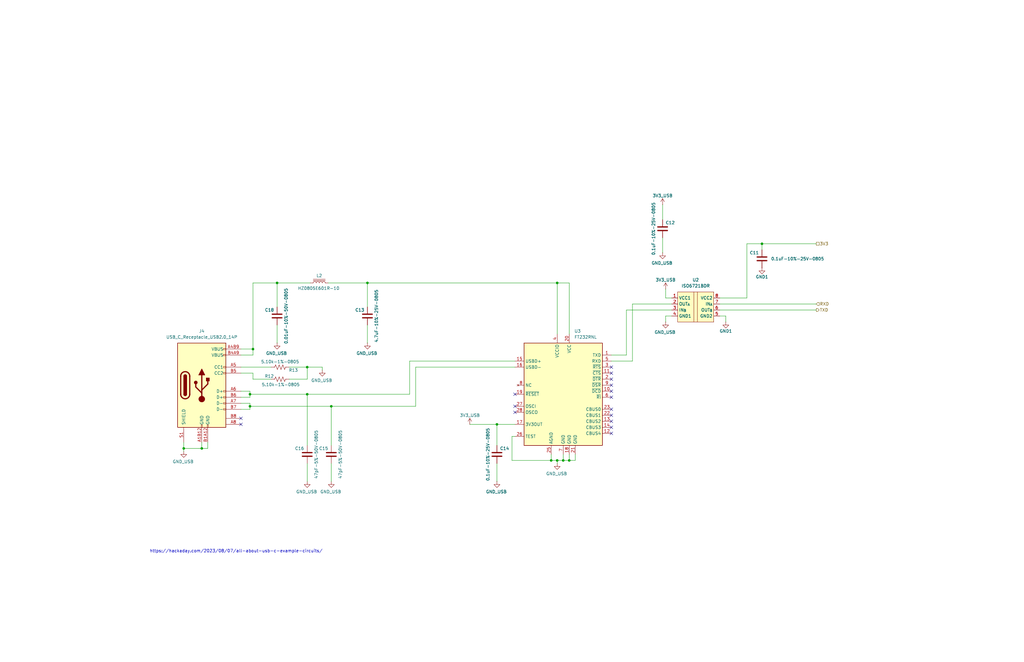
<source format=kicad_sch>
(kicad_sch (version 20250114) (generator "eeschema") (generator_version "9.0")
  (paper "B")
  (title_block (title "NX J401 Adapter") (date "2025-10-19") (rev "5"))
  (lib_symbols
    (symbol "Device:C" (pin_numbers (hide yes)) (pin_names (offset 0.254))
      (property "Reference" "C" (at 0.635 2.54 0))
      (property "Value" "C" (at 0.635 -2.54 0))
      (symbol "C_0_1"
        (polyline (pts (xy -2.032 0.762) (xy 2.032 0.762)) (stroke (width 0.508)))
        (polyline (pts (xy -2.032 -0.762) (xy 2.032 -0.762)) (stroke (width 0.508)))
      )
      (symbol "C_1_1"
        (pin passive line (at 0 3.81 270) (length 2.794) (name "~") (number "1"))
        (pin passive line (at 0 -3.81 90) (length 2.794) (name "~") (number "2"))
      )
    )
    (symbol "Device:L_Iron" (pin_numbers (hide yes)) (pin_names (offset 1.016) (hide yes))
      (property "Reference" "L" (at -1.27 0 90))
      (property "Value" "L_Iron" (at 2.794 0 90))
      (symbol "L_Iron_0_1"
        (arc (start 0 2.54) (mid 0.6323 1.905) (end 0 1.27))
        (arc (start 0 1.27) (mid 0.6323 0.635) (end 0 0))
        (arc (start 0 0) (mid 0.6323 -0.635) (end 0 -1.27))
        (arc (start 0 -1.27) (mid 0.6323 -1.905) (end 0 -2.54))
        (polyline (pts (xy 1.016 2.54) (xy 1.016 -2.54)))
        (polyline (pts (xy 1.524 -2.54) (xy 1.524 2.54)))
      )
      (symbol "L_Iron_1_1"
        (pin passive line (at 0 3.81 270) (length 1.27) (name "1") (number "1"))
        (pin passive line (at 0 -3.81 90) (length 1.27) (name "2") (number "2"))
      )
    )
    (symbol "Device:R_US" (pin_numbers (hide yes)) (pin_names (offset 0))
      (property "Reference" "R" (at 2.54 0 90))
      (property "Value" "R_US" (at -2.54 0 90))
      (symbol "R_US_0_1"
        (polyline (pts (xy 0 2.286) (xy 0 2.54)))
        (polyline (pts (xy 0 2.286) (xy 1.016 1.905) (xy 0 1.524) (xy -1.016 1.143) (xy 0 0.762)))
        (polyline (pts (xy 0 0.762) (xy 1.016 0.381) (xy 0 0) (xy -1.016 -0.381) (xy 0 -0.762)))
        (polyline (pts (xy 0 -0.762) (xy 1.016 -1.143) (xy 0 -1.524) (xy -1.016 -1.905) (xy 0 -2.286)))
        (polyline (pts (xy 0 -2.286) (xy 0 -2.54)))
      )
      (symbol "R_US_1_1"
        (pin passive line (at 0 3.81 270) (length 1.27) (name "~") (number "1"))
        (pin passive line (at 0 -3.81 90) (length 1.27) (name "~") (number "2"))
      )
    )
    (symbol "NX-AdapterBoard:FT232RNL"
      (property "Reference" "U" (at -16.51 22.86 0))
      (property "Value" "FT232RNL" (at 10.16 22.86 0))
      (symbol "FT232RNL_0_1"
        (rectangle (start -16.51 21.59) (end 16.51 -21.59) (stroke (width 0.254)) (fill (type background)))
      )
      (symbol "FT232RNL_1_0"
        (pin no_connect line (at -19.05 3.81 0) (length 2.54) (name "NC") (number "8"))
      )
      (symbol "FT232RNL_1_1"
        (pin bidirectional line (at -20.32 13.97 0) (length 3.81) (name "USBD+") (number "15"))
        (pin bidirectional line (at -20.32 11.43 0) (length 3.81) (name "USBD-") (number "16"))
        (pin input line (at -20.32 0 0) (length 3.81) (name "~{RESET}") (number "19"))
        (pin input line (at -20.32 -5.08 0) (length 3.81) (name "OSCI") (number "27"))
        (pin output line (at -20.32 -7.62 0) (length 3.81) (name "OSCO") (number "28"))
        (pin power_out line (at -20.32 -12.7 0) (length 3.81) (name "3V3OUT") (number "17"))
        (pin input line (at -20.32 -17.78 0) (length 3.81) (name "TEST") (number "26"))
        (pin power_in line (at -5.08 -25.4 90) (length 3.81) (name "AGND") (number "25"))
        (pin power_in line (at -2.54 25.4 270) (length 3.81) (name "VCCIO") (number "4"))
        (pin power_in line (at 0 -25.4 90) (length 3.81) (name "GND") (number "7"))
        (pin power_in line (at 2.54 25.4 270) (length 3.81) (name "VCC") (number "20"))
        (pin power_in line (at 2.54 -25.4 90) (length 3.81) (name "GND") (number "18"))
        (pin power_in line (at 5.08 -25.4 90) (length 3.81) (name "GND") (number "21"))
        (pin output line (at 20.32 16.51 180) (length 3.81) (name "TXD") (number "1"))
        (pin input line (at 20.32 13.97 180) (length 3.81) (name "RXD") (number "5"))
        (pin output line (at 20.32 11.43 180) (length 3.81) (name "~{RTS}") (number "3"))
        (pin input line (at 20.32 8.89 180) (length 3.81) (name "~{CTS}") (number "11"))
        (pin output line (at 20.32 6.35 180) (length 3.81) (name "~{DTR}") (number "2"))
        (pin input line (at 20.32 3.81 180) (length 3.81) (name "~{DSR}") (number "9"))
        (pin input line (at 20.32 1.27 180) (length 3.81) (name "~{DCD}") (number "10"))
        (pin input line (at 20.32 -1.27 180) (length 3.81) (name "~{RI}") (number "6"))
        (pin bidirectional line (at 20.32 -6.35 180) (length 3.81) (name "CBUS0") (number "23"))
        (pin bidirectional line (at 20.32 -8.89 180) (length 3.81) (name "CBUS1") (number "22"))
        (pin bidirectional line (at 20.32 -11.43 180) (length 3.81) (name "CBUS2") (number "13"))
        (pin bidirectional line (at 20.32 -13.97 180) (length 3.81) (name "CBUS3") (number "14"))
        (pin bidirectional line (at 20.32 -16.51 180) (length 3.81) (name "CBUS4") (number "12"))
      )
    )
    (symbol "NX-AdapterBoard:ISO6721BDR"
      (property "Reference" "U" (at 0 0 0))
      (symbol "ISO6721BDR_1_1"
        (rectangle (start -7.62 0) (end 7.62 -12.7) (fill (type background)))
        (polyline (pts (xy -0.7587 0.0234) (xy -0.7587 -12.6766)))
        (polyline (pts (xy 0.7197 0.0111) (xy 0.7197 -12.6889)))
        (pin power_in line (at -10.16 -2.54 0) (length 2.54) (name "VCC1") (number "1"))
        (pin output line (at -10.16 -5.08 0) (length 2.54) (name "OUT_{A}") (number "2"))
        (pin input line (at -10.16 -7.62 0) (length 2.54) (name "IN_{B}") (number "3"))
        (pin power_in line (at -10.16 -10.16 0) (length 2.54) (name "GND1") (number "4"))
        (pin power_in line (at 10.16 -2.54 180) (length 2.54) (name "VCC2") (number "8"))
        (pin input line (at 10.16 -5.08 180) (length 2.54) (name "IN_{A}") (number "7"))
        (pin output line (at 10.16 -7.62 180) (length 2.54) (name "OUT_{B}") (number "6"))
        (pin power_in line (at 10.16 -10.16 180) (length 2.54) (name "GND2") (number "5"))
      )
    )
    (symbol "NX-AdapterBoard:USB_C_Receptacle_USB2.0_14P" (pin_names (offset 1.016))
      (property "Reference" "J5" (at 0 22.86 0))
      (property "Value" "USB_C_Receptacle_USB2.0_14P" (at 0 20.32 0))
      (symbol "USB_C_Receptacle_USB2.0_14P_0_0"
        (rectangle (start -0.254 -16.764) (end 0.254 -17.78))
        (rectangle (start 2.2663 -16.7562) (end 2.7743 -17.7722))
        (rectangle (start 9.104 12.9675) (end 10.12 12.4595))
        (rectangle (start 9.144 15.494) (end 10.16 14.986))
        (rectangle (start 9.144 5.334) (end 10.16 4.826))
        (rectangle (start 9.144 -7.366) (end 10.16 -7.874))
        (rectangle (start 9.144 -9.906) (end 10.16 -10.414))
        (rectangle (start 10.16 7.874) (end 9.144 7.366))
        (rectangle (start 10.16 -2.286) (end 9.144 -2.794))
        (rectangle (start 10.16 -4.826) (end 9.144 -5.334))
      )
      (symbol "USB_C_Receptacle_USB2.0_14P_0_1"
        (rectangle (start -10.16 17.78) (end 10.16 -17.78) (stroke (width 0.254)) (fill (type background)))
        (polyline (pts (xy -8.89 -3.81) (xy -8.89 3.81)) (stroke (width 0.508)))
        (rectangle (start -7.62 -3.81) (end -6.35 3.81) (stroke (width 0.254)) (fill (type outline)))
        (arc (start -7.62 3.81) (mid -6.985 4.4423) (end -6.35 3.81) (stroke (width 0.254)))
        (arc (start -7.62 3.81) (mid -6.985 4.4423) (end -6.35 3.81) (stroke (width 0.254)) (fill (type outline)))
        (arc (start -8.89 3.81) (mid -6.985 5.7067) (end -5.08 3.81) (stroke (width 0.508)))
        (arc (start -5.08 -3.81) (mid -6.985 -5.7067) (end -8.89 -3.81) (stroke (width 0.508)))
        (arc (start -6.35 -3.81) (mid -6.985 -4.4423) (end -7.62 -3.81) (stroke (width 0.254)))
        (arc (start -6.35 -3.81) (mid -6.985 -4.4423) (end -7.62 -3.81) (stroke (width 0.254)) (fill (type outline)))
        (polyline (pts (xy -5.08 3.81) (xy -5.08 -3.81)) (stroke (width 0.508)))
        (circle (center -2.54 1.143) (radius 0.635) (stroke (width 0.254)) (fill (type outline)))
        (polyline (pts (xy -1.27 4.318) (xy 0 6.858) (xy 1.27 4.318) (xy -1.27 4.318)) (stroke (width 0.254)) (fill (type outline)))
        (polyline (pts (xy 0 -2.032) (xy 2.54 0.508) (xy 2.54 1.778)) (stroke (width 0.508)))
        (polyline (pts (xy 0 -3.302) (xy -2.54 -0.762) (xy -2.54 0.508)) (stroke (width 0.508)))
        (polyline (pts (xy 0 -5.842) (xy 0 4.318)) (stroke (width 0.508)))
        (circle (center 0 -5.842) (radius 1.27) (fill (type outline)))
        (rectangle (start 1.905 1.778) (end 3.175 3.048) (stroke (width 0.254)) (fill (type outline)))
      )
      (symbol "USB_C_Receptacle_USB2.0_14P_1_1"
        (pin passive line (at -7.62 -24.13 90) (length 6.35) (name "SHIELD") (number "S1"))
        (pin passive line (at 0 -24.13 90) (length 6.35) (name "GND") (number "A1B12"))
        (pin passive line (at 2.54 -24.13 90) (length 6.35) (name "GND") (number "B1A12"))
        (pin passive line (at 16.51 15.24 180) (length 6.35) (name "VBUS") (number "A4B9"))
        (pin passive line (at 16.51 12.7 180) (length 6.35) (name "VBUS") (number "B4A9"))
        (pin bidirectional line (at 16.51 7.62 180) (length 6.35) (name "CC1") (number "A5"))
        (pin bidirectional line (at 16.51 5.08 180) (length 6.35) (name "CC2") (number "B5"))
        (pin bidirectional line (at 16.51 -2.54 180) (length 6.35) (name "D+") (number "A6"))
        (pin bidirectional line (at 16.51 -5.08 180) (length 6.35) (name "D+") (number "B6"))
        (pin bidirectional line (at 16.51 -7.62 180) (length 6.35) (name "D-") (number "A7"))
        (pin bidirectional line (at 16.51 -10.16 180) (length 6.35) (name "D-") (number "B7"))
        (pin bidirectional line (at 16.51 -13.97 180) (length 6.35) (name "") (number "B8"))
        (pin bidirectional line (at 16.51 -16.51 180) (length 6.35) (name "") (number "A8"))
      )
    )
    (symbol "power:+3.3VA" (power) (pin_numbers (hide yes)) (pin_names (offset 0) (hide yes))
      (property "Value" "+3.3VA" (at 0 3.556 0))
      (symbol "+3.3VA_0_1"
        (polyline (pts (xy -0.762 1.27) (xy 0 2.54)))
        (polyline (pts (xy 0 2.54) (xy 0.762 1.27)))
        (polyline (pts (xy 0 0) (xy 0 2.54)))
      )
      (symbol "+3.3VA_1_1"
        (pin power_in line (at 0 0 90) (length 0) (name "~") (number "1"))
      )
    )
    (symbol "power:GND" (power) (pin_numbers (hide yes)) (pin_names (offset 0) (hide yes))
      (property "Value" "GND" (at 0 -3.81 0))
      (symbol "GND_0_1"
        (polyline (pts (xy 0 0) (xy 0 -1.27) (xy 1.27 -1.27) (xy 0 -2.54) (xy -1.27 -1.27) (xy 0 -1.27)))
      )
      (symbol "GND_1_1"
        (pin power_in line (at 0 0 270) (length 0) (name "~") (number "1"))
      )
    )
  )
  (text "https://hackaday.com/2023/08/07/all-about-usb-c-example-circuits/" (at 99.568 232.664 0) (effects (font (size 1.27 1.27))))
  (junction (at 129.54 166.37))
  (junction (at 106.68 147.32))
  (junction (at 105.41 166.37))
  (junction (at 240.03 194.31))
  (junction (at 85.09 189.23))
  (junction (at 232.41 194.31))
  (junction (at 234.95 119.38))
  (junction (at 77.47 189.23))
  (junction (at 234.95 194.31))
  (junction (at 154.94 119.38))
  (junction (at 105.41 171.45))
  (junction (at 129.54 154.94))
  (junction (at 139.7 171.45))
  (junction (at 321.31 102.87))
  (junction (at 237.49 194.31))
  (junction (at 116.84 119.38))
  (junction (at 209.55 179.07))
  (no_connect (at 257.81 162.56))
  (no_connect (at 257.81 180.34))
  (no_connect (at 257.81 165.1))
  (no_connect (at 257.81 157.48))
  (no_connect (at 217.17 171.45))
  (no_connect (at 257.81 177.8))
  (no_connect (at 101.6 176.53))
  (no_connect (at 101.6 179.07))
  (no_connect (at 217.17 166.37))
  (no_connect (at 257.81 175.26))
  (no_connect (at 257.81 182.88))
  (no_connect (at 257.81 154.94))
  (no_connect (at 257.81 167.64))
  (no_connect (at 257.81 160.02))
  (no_connect (at 217.17 173.99))
  (no_connect (at 257.81 172.72))
  (wire (pts (xy 105.41 166.37) (xy 105.41 167.64)))
  (wire (pts (xy 101.6 154.94) (xy 114.3 154.94)))
  (wire (pts (xy 217.17 179.07) (xy 209.55 179.07)))
  (wire (pts (xy 129.54 154.94) (xy 129.54 160.02)))
  (wire (pts (xy 321.31 105.41) (xy 321.31 102.87)))
  (wire (pts (xy 106.68 149.86) (xy 106.68 147.32)))
  (wire (pts (xy 234.95 194.31) (xy 232.41 194.31)))
  (wire (pts (xy 106.68 157.48) (xy 101.6 157.48)))
  (wire (pts (xy 106.68 147.32) (xy 106.68 119.38)))
  (wire (pts (xy 101.6 165.1) (xy 105.41 165.1)))
  (wire (pts (xy 283.21 130.81) (xy 264.16 130.81)))
  (wire (pts (xy 303.53 130.81) (xy 344.17 130.81)))
  (wire (pts (xy 303.53 128.27) (xy 344.17 128.27)))
  (wire (pts (xy 121.92 160.02) (xy 129.54 160.02)))
  (wire (pts (xy 314.96 102.87) (xy 314.96 125.73)))
  (wire (pts (xy 101.6 149.86) (xy 106.68 149.86)))
  (wire (pts (xy 279.4 86.36) (xy 279.4 92.71)))
  (wire (pts (xy 116.84 119.38) (xy 130.81 119.38)))
  (wire (pts (xy 85.09 189.23) (xy 77.47 189.23)))
  (wire (pts (xy 321.31 102.87) (xy 344.17 102.87)))
  (wire (pts (xy 129.54 166.37) (xy 172.72 166.37)))
  (wire (pts (xy 87.63 189.23) (xy 87.63 186.69)))
  (wire (pts (xy 215.9 194.31) (xy 232.41 194.31)))
  (wire (pts (xy 138.43 119.38) (xy 154.94 119.38)))
  (wire (pts (xy 154.94 144.78) (xy 154.94 137.16)))
  (wire (pts (xy 116.84 129.54) (xy 116.84 119.38)))
  (wire (pts (xy 234.95 119.38) (xy 240.03 119.38)))
  (wire (pts (xy 240.03 119.38) (xy 240.03 140.97)))
  (wire (pts (xy 314.96 125.73) (xy 303.53 125.73)))
  (wire (pts (xy 85.09 186.69) (xy 85.09 189.23)))
  (wire (pts (xy 215.9 184.15) (xy 217.17 184.15)))
  (wire (pts (xy 139.7 171.45) (xy 175.26 171.45)))
  (wire (pts (xy 237.49 191.77) (xy 237.49 194.31)))
  (wire (pts (xy 105.41 170.18) (xy 105.41 171.45)))
  (wire (pts (xy 77.47 190.5) (xy 77.47 189.23)))
  (wire (pts (xy 280.67 121.92) (xy 280.67 125.73)))
  (wire (pts (xy 105.41 167.64) (xy 101.6 167.64)))
  (wire (pts (xy 240.03 191.77) (xy 240.03 194.31)))
  (wire (pts (xy 234.95 140.97) (xy 234.95 119.38)))
  (wire (pts (xy 175.26 154.94) (xy 217.17 154.94)))
  (wire (pts (xy 321.31 102.87) (xy 314.96 102.87)))
  (wire (pts (xy 106.68 160.02) (xy 106.68 157.48)))
  (wire (pts (xy 209.55 195.58) (xy 209.55 203.2)))
  (wire (pts (xy 129.54 154.94) (xy 135.89 154.94)))
  (wire (pts (xy 116.84 144.78) (xy 116.84 137.16)))
  (wire (pts (xy 129.54 195.58) (xy 129.54 203.2)))
  (wire (pts (xy 105.41 172.72) (xy 101.6 172.72)))
  (wire (pts (xy 105.41 171.45) (xy 105.41 172.72)))
  (wire (pts (xy 121.92 154.94) (xy 129.54 154.94)))
  (wire (pts (xy 154.94 119.38) (xy 234.95 119.38)))
  (wire (pts (xy 283.21 125.73) (xy 280.67 125.73)))
  (wire (pts (xy 101.6 147.32) (xy 106.68 147.32)))
  (wire (pts (xy 114.3 160.02) (xy 106.68 160.02)))
  (wire (pts (xy 279.4 106.68) (xy 279.4 100.33)))
  (wire (pts (xy 237.49 194.31) (xy 234.95 194.31)))
  (wire (pts (xy 129.54 166.37) (xy 129.54 187.96)))
  (wire (pts (xy 139.7 195.58) (xy 139.7 203.2)))
  (wire (pts (xy 172.72 166.37) (xy 172.72 152.4)))
  (wire (pts (xy 280.67 133.35) (xy 280.67 135.89)))
  (wire (pts (xy 234.95 194.31) (xy 234.95 195.58)))
  (wire (pts (xy 264.16 130.81) (xy 264.16 149.86)))
  (wire (pts (xy 135.89 154.94) (xy 135.89 156.21)))
  (wire (pts (xy 215.9 184.15) (xy 215.9 194.31)))
  (wire (pts (xy 232.41 191.77) (xy 232.41 194.31)))
  (wire (pts (xy 85.09 189.23) (xy 87.63 189.23)))
  (wire (pts (xy 198.12 179.07) (xy 209.55 179.07)))
  (wire (pts (xy 306.07 135.89) (xy 306.07 133.35)))
  (wire (pts (xy 106.68 119.38) (xy 116.84 119.38)))
  (wire (pts (xy 172.72 152.4) (xy 217.17 152.4)))
  (wire (pts (xy 105.41 165.1) (xy 105.41 166.37)))
  (wire (pts (xy 154.94 129.54) (xy 154.94 119.38)))
  (wire (pts (xy 105.41 166.37) (xy 129.54 166.37)))
  (wire (pts (xy 264.16 149.86) (xy 257.81 149.86)))
  (wire (pts (xy 139.7 171.45) (xy 139.7 187.96)))
  (wire (pts (xy 266.7 128.27) (xy 283.21 128.27)))
  (wire (pts (xy 240.03 194.31) (xy 237.49 194.31)))
  (wire (pts (xy 242.57 191.77) (xy 242.57 194.31)))
  (wire (pts (xy 77.47 189.23) (xy 77.47 186.69)))
  (wire (pts (xy 209.55 179.07) (xy 209.55 187.96)))
  (wire (pts (xy 257.81 152.4) (xy 266.7 152.4)))
  (wire (pts (xy 242.57 194.31) (xy 240.03 194.31)))
  (wire (pts (xy 283.21 133.35) (xy 280.67 133.35)))
  (wire (pts (xy 105.41 171.45) (xy 139.7 171.45)))
  (wire (pts (xy 175.26 171.45) (xy 175.26 154.94)))
  (wire (pts (xy 266.7 152.4) (xy 266.7 128.27)))
  (wire (pts (xy 101.6 170.18) (xy 105.41 170.18)))
  (wire (pts (xy 303.53 133.35) (xy 306.07 133.35)))
  (hierarchical_label "RXD" (shape input) (at 344.17 128.27 0))
  (hierarchical_label "3V3" (shape passive) (at 344.17 102.87 0))
  (hierarchical_label "TXD" (shape output) (at 344.17 130.81 0))
  (symbol (lib_id "Device:C") (at 209.55 191.77 0) (mirror y) (unit 1)
    (property "Reference" "C14" (at 210.82 189.23 0) (effects (justify right)))
    (property "Value" "0.1uF-10%-25V-0805" (at 205.74 191.77 90))
    (property "Footprint" "Capacitor_SMD:C_0805_2012Metric" (effects (hide yes)))
    (property "MFG" "KEMET" (effects (hide yes)))
    (property "MFG P/N" "C0805C104K3RACTU" (effects (hide yes)))
    (property "DIST" "Digikey" (effects (hide yes)))
    (property "DIST P/N" "399-C0805C104K3RACTUCT-ND" (effects (hide yes)))
  )
  (symbol (lib_id "Device:C") (at 154.94 133.35 0) (unit 1)
    (property "Reference" "C13" (at 153.67 130.81 0) (effects (justify right)))
    (property "Value" "4.7uF-10%-25V-0805" (at 158.75 133.35 90))
    (property "Footprint" "Capacitor_SMD:C_0805_2012Metric" (effects (hide yes)))
    (property "MFG" "Samsung Electro-Mechanics" (effects (hide yes)))
    (property "MFG P/N" "CL21A475KAQNNNE" (effects (hide yes)))
    (property "DIST" "Digikey" (effects (hide yes)))
    (property "DIST P/N" "1276-1244-1-ND" (effects (hide yes)))
  )
  (symbol (lib_id "Device:C") (at 116.84 133.35 0) (unit 1)
    (property "Reference" "C18" (at 115.57 130.81 0) (effects (justify right)))
    (property "Value" "0.01uF-10%-50V-0805" (at 120.65 133.35 90))
    (property "Footprint" "Capacitor_SMD:C_0805_2012Metric" (effects (hide yes)))
    (property "MFG" "Samsung Electro-Mechanics" (effects (hide yes)))
    (property "MFG P/N" "CL21B103KBANNNC" (effects (hide yes)))
    (property "DIST" "Digikey" (effects (hide yes)))
    (property "DIST P/N" "1276-1015-1-ND" (effects (hide yes)))
  )
  (symbol (lib_id "Device:C") (at 129.54 191.77 0) (unit 1)
    (property "Reference" "C16" (at 128.27 189.23 0) (effects (justify right)))
    (property "Value" "47pF-5%-50V-0805" (at 133.35 191.77 90))
    (property "Footprint" "Capacitor_SMD:C_0805_2012Metric" (effects (hide yes)))
    (property "MFG" "YAGEO" (effects (hide yes)))
    (property "MFG P/N" "CC0805JRNPO9BN470" (effects (hide yes)))
    (property "DIST" "Digikey" (effects (hide yes)))
    (property "DIST P/N" "311-1107-1-ND" (effects (hide yes)))
  )
  (symbol (lib_id "power:GND") (at 234.95 195.58 0) (unit 1)
    (property "Reference" "#PWR010" (effects (hide yes)))
    (property "Value" "GND_USB" (at 234.696 199.898 0))
    (property "Description" "Power symbol creates a global label with name \"GND\" , ground" (effects (hide yes)))
  )
  (symbol (lib_id "Device:C") (at 321.31 109.22 0) (unit 1)
    (property "Reference" "C11" (at 320.04 106.68 0) (effects (justify right)))
    (property "Value" "0.1uF-10%-25V-0805" (at 325.12 109.22 0) (effects (justify left)))
    (property "Footprint" "Capacitor_SMD:C_0805_2012Metric" (effects (hide yes)))
    (property "MFG" "KEMET" (effects (hide yes)))
    (property "MFG P/N" "C0805C104K3RACTU" (effects (hide yes)))
    (property "DIST" "Digikey" (effects (hide yes)))
    (property "DIST P/N" "399-C0805C104K3RACTUCT-ND" (effects (hide yes)))
  )
  (symbol (lib_id "Device:C") (at 279.4 96.52 0) (mirror y) (unit 1)
    (property "Reference" "C12" (at 280.67 93.98 0) (effects (justify right)))
    (property "Value" "0.1uF-10%-25V-0805" (at 275.59 96.52 90))
    (property "Footprint" "Capacitor_SMD:C_0805_2012Metric" (effects (hide yes)))
    (property "MFG" "KEMET" (effects (hide yes)))
    (property "MFG P/N" "C0805C104K3RACTU" (effects (hide yes)))
    (property "DIST" "Digikey" (effects (hide yes)))
    (property "DIST P/N" "399-C0805C104K3RACTUCT-ND" (effects (hide yes)))
  )
  (symbol (lib_id "power:GND") (at 135.89 156.21 0) (unit 1)
    (property "Reference" "#PWR03" (effects (hide yes)))
    (property "Value" "GND_USB" (at 135.636 160.528 0))
    (property "Description" "Power symbol creates a global label with name \"GND\" , ground" (effects (hide yes)))
  )
  (symbol (lib_id "Device:R_US") (at 118.11 154.94 270) (unit 1)
    (property "Reference" "R13" (at 123.698 156.21 90))
    (property "Value" "5.10k-1%-0805" (at 118.11 152.654 90))
    (property "Footprint" "Resistor_SMD:R_0805_2012Metric" (effects (hide yes)))
    (property "Datasheet" "Components/YageoPYu-RC_Group_51_RoHS_L_12.pdf" (effects (hide yes)))
    (property "MFG" "Yageo" (effects (hide yes)))
    (property "MFG P/N" "RC0805FR-075K1L" (effects (hide yes)))
    (property "DIST" "Digikey" (effects (hide yes)))
    (property "DIST P/N" "311-5.10KCRCT-ND" (effects (hide yes)))
  )
  (symbol (lib_id "power:+3.3VA") (at 279.4 86.36 0) (unit 1)
    (property "Reference" "#PWR017" (effects (hide yes)))
    (property "Value" "3V3_USB" (at 279.4 82.55 0))
    (property "Description" "Power symbol creates a global label with name \"+3.3VA\"" (effects (hide yes)))
  )
  (symbol (lib_id "NX-AdapterBoard:FT232RNL") (at 237.49 166.37 0) (unit 1)
    (property "Reference" "U3" (at 242.1733 139.7 0) (effects (justify left)))
    (property "Value" "FT232RNL" (at 242.1733 142.24 0) (effects (justify left)))
    (property "Footprint" "Package_SO:SSOP-28_5.3x10.2mm_P0.65mm" (effects (hide yes)))
    (property "Datasheet" "Components/FTDI-FT232RN.pdf" (effects (hide yes)))
    (property "Description" "USB to Serial Interface, SSOP-28" (effects (hide yes)))
    (property "MFG" "FTDI" (effects (hide yes)))
    (property "MFG P/N" "FT232RNL" (effects (hide yes)))
    (property "DIST" "Digikey" (effects (hide yes)))
    (property "DIST P/N" "768-FT232RNL-REELCT-ND" (effects (hide yes)))
  )
  (symbol (lib_id "power:GND") (at 321.31 113.03 0) (mirror y) (unit 1)
    (property "Reference" "#PWR020" (effects (hide yes)))
    (property "Value" "GND1" (at 321.31 116.84 0))
  )
  (symbol (lib_id "power:GND") (at 279.4 106.68 0) (unit 1)
    (property "Reference" "#PWR018" (effects (hide yes)))
    (property "Value" "GND_USB" (at 279.146 110.998 0))
    (property "Description" "Power symbol creates a global label with name \"GND\" , ground" (effects (hide yes)))
  )
  (symbol (lib_id "NX-AdapterBoard:USB_C_Receptacle_USB2.0_14P") (at 85.09 162.56 0) (unit 1)
    (property "Reference" "J4" (at 85.09 139.7 0))
    (property "Value" "USB_C_Receptacle_USB2.0_14P" (at 85.09 142.24 0))
    (property "Footprint" "NX-J401-Adapter:Molex-USB-C-2171790001" (effects (hide yes)))
    (property "Datasheet" "Components/Molex-USB-C-2171790001_sd.pdf" (effects (hide yes)))
    (property "Description" "USB 2.0-only 14P Type-C Receptacle connector" (effects (hide yes)))
    (property "MFG" "Molex" (effects (hide yes)))
    (property "MFG P/N" "2171790001" (effects (hide yes)))
    (property "DIST" "Digikey" (effects (hide yes)))
    (property "DIST P/N" "900-2171790001CT-ND" (effects (hide yes)))
  )
  (symbol (lib_id "power:GND") (at 129.54 203.2 0) (unit 1)
    (property "Reference" "#PWR011" (effects (hide yes)))
    (property "Value" "GND_USB" (at 129.286 207.518 0))
    (property "Description" "Power symbol creates a global label with name \"GND\" , ground" (effects (hide yes)))
  )
  (symbol (lib_id "Device:R_US") (at 118.11 160.02 270) (unit 1)
    (property "Reference" "R12" (at 113.538 158.75 90))
    (property "Value" "5.10k-1%-0805" (at 118.364 162.306 90))
    (property "Footprint" "Resistor_SMD:R_0805_2012Metric" (effects (hide yes)))
    (property "Datasheet" "Components/YageoPYu-RC_Group_51_RoHS_L_12.pdf" (effects (hide yes)))
    (property "MFG" "Yageo" (effects (hide yes)))
    (property "MFG P/N" "RC0805FR-075K1L" (effects (hide yes)))
    (property "DIST" "Digikey" (effects (hide yes)))
    (property "DIST P/N" "311-5.10KCRCT-ND" (effects (hide yes)))
  )
  (symbol (lib_id "power:GND") (at 280.67 135.89 0) (unit 1)
    (property "Reference" "#PWR015" (effects (hide yes)))
    (property "Value" "GND_USB" (at 280.416 140.208 0))
    (property "Description" "Power symbol creates a global label with name \"GND\" , ground" (effects (hide yes)))
  )
  (symbol (lib_id "power:GND") (at 209.55 203.2 0) (unit 1)
    (property "Reference" "#PWR09" (effects (hide yes)))
    (property "Value" "GND_USB" (at 209.296 207.518 0))
    (property "Description" "Power symbol creates a global label with name \"GND\" , ground" (effects (hide yes)))
  )
  (symbol (lib_id "Device:C") (at 139.7 191.77 0) (unit 1)
    (property "Reference" "C15" (at 138.43 189.23 0) (effects (justify right)))
    (property "Value" "47pF-5%-50V-0805" (at 143.51 191.77 90))
    (property "Footprint" "Capacitor_SMD:C_0805_2012Metric" (effects (hide yes)))
    (property "MFG" "YAGEO" (effects (hide yes)))
    (property "MFG P/N" "CC0805JRNPO9BN470" (effects (hide yes)))
    (property "DIST" "Digikey" (effects (hide yes)))
    (property "DIST P/N" "311-1107-1-ND" (effects (hide yes)))
  )
  (symbol (lib_id "power:GND") (at 306.07 135.89 0) (mirror y) (unit 1)
    (property "Reference" "#PWR021" (effects (hide yes)))
    (property "Value" "GND1" (at 306.07 139.7 0))
  )
  (symbol (lib_id "Device:L_Iron") (at 134.62 119.38 90) (unit 1)
    (property "Reference" "L2" (at 134.62 116.332 90))
    (property "Value" "HZ0805E601R-10" (at 134.366 121.666 90))
    (property "Footprint" "Inductor_SMD:L_0805_2012Metric" (effects (hide yes)))
    (property "Datasheet" "Components/Laird-hz0805e601r-10-datasheet.pdf" (effects (hide yes)))
    (property "Description" "Ferrite bead" (effects (hide yes)))
    (property "MFG" "Laird-Signal Integrity Products" (effects (hide yes)))
    (property "MFG P/N" "HZ0805E601R-10" (effects (hide yes)))
    (property "DIST" "Digikey" (effects (hide yes)))
    (property "DIST P/N" "240-2399-1-ND" (effects (hide yes)))
  )
  (symbol (lib_id "power:GND") (at 154.94 144.78 0) (unit 1)
    (property "Reference" "#PWR08" (effects (hide yes)))
    (property "Value" "GND_USB" (at 154.686 149.098 0))
    (property "Description" "Power symbol creates a global label with name \"GND\" , ground" (effects (hide yes)))
  )
  (symbol (lib_id "power:+3.3VA") (at 280.67 121.92 0) (unit 1)
    (property "Reference" "#PWR016" (effects (hide yes)))
    (property "Value" "3V3_USB" (at 280.67 118.11 0))
    (property "Description" "Power symbol creates a global label with name \"+3.3VA\"" (effects (hide yes)))
  )
  (symbol (lib_id "NX-AdapterBoard:ISO6721BDR") (at 293.37 123.19 0) (unit 1)
    (property "Reference" "U2" (at 293.37 118.11 0))
    (property "Value" "ISO6721BDR" (at 293.37 120.65 0))
    (property "Footprint" "Package_SO:SOIC-8_3.9x4.9mm_P1.27mm" (effects (hide yes)))
    (property "Datasheet" "Components/TexasInstruments-iso6721.pdf" (effects (hide yes)))
    (property "MFG" "Texas Instruments" (effects (hide yes)))
    (property "MFG P/N" "ISO6721BDR" (effects (hide yes)))
    (property "DIST" "Digikey" (effects (hide yes)))
    (property "DIST P/N" "296-ISO6721BDRCT-ND" (effects (hide yes)))
  )
  (symbol (lib_id "power:GND") (at 116.84 144.78 0) (unit 1)
    (property "Reference" "#PWR06" (effects (hide yes)))
    (property "Value" "GND_USB" (at 116.586 149.098 0))
    (property "Description" "Power symbol creates a global label with name \"GND\" , ground" (effects (hide yes)))
  )
  (symbol (lib_id "power:+3.3VA") (at 198.12 179.07 0) (unit 1)
    (property "Reference" "#PWR014" (effects (hide yes)))
    (property "Value" "3V3_USB" (at 198.12 175.26 0))
    (property "Description" "Power symbol creates a global label with name \"+3.3VA\"" (effects (hide yes)))
  )
  (symbol (lib_id "power:GND") (at 139.7 203.2 0) (unit 1)
    (property "Reference" "#PWR012" (effects (hide yes)))
    (property "Value" "GND_USB" (at 139.446 207.518 0))
    (property "Description" "Power symbol creates a global label with name \"GND\" , ground" (effects (hide yes)))
  )
  (symbol (lib_id "power:GND") (at 77.47 190.5 0) (unit 1)
    (property "Reference" "#PWR07" (effects (hide yes)))
    (property "Value" "GND_USB" (at 77.216 194.818 0))
    (property "Description" "Power symbol creates a global label with name \"GND\" , ground" (effects (hide yes)))
  )
)
</source>
